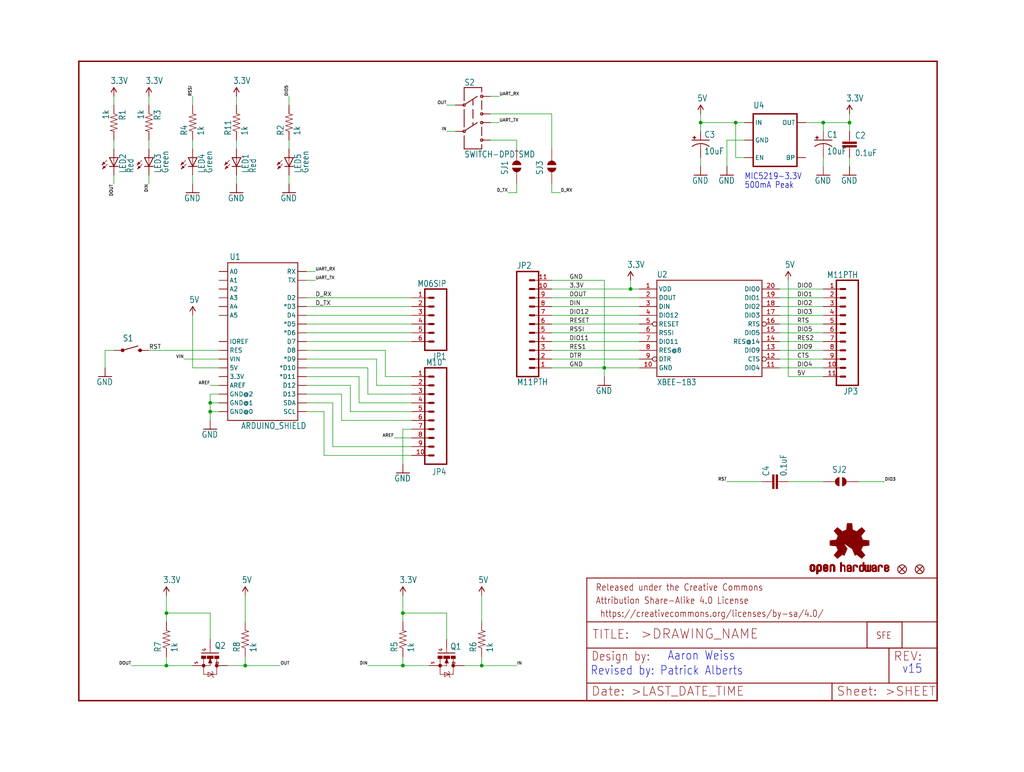
<source format=kicad_sch>
(kicad_sch (version 20211123) (generator eeschema)
  (paper "User" 297.002 223.926)
  (lib_symbols
    (symbol "eagleSchem-eagle-import:0.1UF-25V(+80{slash}-20%)(0603)"
      (property "Reference" "C" (at 1.524 2.921 0))
      (property "Value" "0.1UF-25V(+80{slash}-20%)(0603)" (at 1.524 -2.159 0))
      (symbol "0.1UF-25V(+80{slash}-20%)(0603)_1_0"
        (pin passive line (at 0 5.08 270) (length 2.54) (name "1") (number "1"))
        (pin passive line (at 0 -2.54 90) (length 2.54) (name "2") (number "2"))
      )
    )
    (symbol "eagleSchem-eagle-import:1KOHM1{slash}10W1%(0603)"
      (property "Reference" "R" (at -3.81 1.4986 0))
      (property "Value" "1KOHM1{slash}10W1%(0603)" (at -3.81 -3.302 0))
      (symbol "1KOHM1{slash}10W1%(0603)_1_0"
        (pin passive line (at -5.08 0 0) (length 2.54) (name "1") (number "1"))
        (pin passive line (at 5.08 0 180) (length 2.54) (name "2") (number "2"))
      )
    )
    (symbol "eagleSchem-eagle-import:3.3V" (power)
      (property "Value" "3.3V" (at -1.016 3.556 0))
      (symbol "3.3V_1_0"
        (pin power_in line (at 0 0 90) (length 2.54) (name "3.3V") (number "1"))
      )
    )
    (symbol "eagleSchem-eagle-import:5V" (power)
      (property "Value" "5V" (at -1.016 3.556 0))
      (symbol "5V_1_0"
        (pin power_in line (at 0 0 90) (length 2.54) (name "5V") (number "1"))
      )
    )
    (symbol "eagleSchem-eagle-import:ARDUINO_R3_SHIELD"
      (property "Value" "ARDUINO_R3_SHIELD" (at -6.35 -27.94 0))
      (symbol "ARDUINO_R3_SHIELD_1_0"
        (pin bidirectional line (at -12.7 -12.7 0) (length 2.54) (name "3.3V") (number "3.3V"))
        (pin bidirectional line (at -12.7 -10.16 0) (length 2.54) (name "5V") (number "5V"))
        (pin bidirectional line (at -12.7 17.78 0) (length 2.54) (name "A0") (number "A0"))
        (pin bidirectional line (at -12.7 15.24 0) (length 2.54) (name "A1") (number "A1"))
        (pin bidirectional line (at -12.7 12.7 0) (length 2.54) (name "A2") (number "A2"))
        (pin bidirectional line (at -12.7 10.16 0) (length 2.54) (name "A3") (number "A3"))
        (pin bidirectional line (at -12.7 7.62 0) (length 2.54) (name "A4") (number "A4"))
        (pin bidirectional line (at -12.7 5.08 0) (length 2.54) (name "A5") (number "A5"))
        (pin bidirectional line (at -12.7 -15.24 0) (length 2.54) (name "AREF") (number "AREF"))
        (pin bidirectional line (at 12.7 -10.16 180) (length 2.54) (name "*D10") (number "D10"))
        (pin bidirectional line (at 12.7 -12.7 180) (length 2.54) (name "*D11") (number "D11"))
        (pin bidirectional line (at 12.7 -15.24 180) (length 2.54) (name "D12") (number "D12"))
        (pin bidirectional line (at 12.7 -17.78 180) (length 2.54) (name "D13") (number "D13"))
        (pin bidirectional line (at 12.7 10.16 180) (length 2.54) (name "D2") (number "D2"))
        (pin bidirectional line (at 12.7 7.62 180) (length 2.54) (name "*D3") (number "D3"))
        (pin bidirectional line (at 12.7 5.08 180) (length 2.54) (name "D4") (number "D4"))
        (pin bidirectional line (at 12.7 2.54 180) (length 2.54) (name "*D5") (number "D5"))
        (pin bidirectional line (at 12.7 0 180) (length 2.54) (name "*D6") (number "D6"))
        (pin bidirectional line (at 12.7 -2.54 180) (length 2.54) (name "D7") (number "D7"))
        (pin bidirectional line (at 12.7 -5.08 180) (length 2.54) (name "D8") (number "D8"))
        (pin bidirectional line (at 12.7 -7.62 180) (length 2.54) (name "*D9") (number "D9"))
        (pin bidirectional line (at -12.7 -22.86 0) (length 2.54) (name "GND@0") (number "GND@0"))
        (pin bidirectional line (at -12.7 -20.32 0) (length 2.54) (name "GND@1") (number "GND@1"))
        (pin bidirectional line (at -12.7 -17.78 0) (length 2.54) (name "GND@2") (number "GND@2"))
        (pin bidirectional line (at -12.7 -2.54 0) (length 2.54) (name "IOREF") (number "IOREF"))
        (pin bidirectional line (at -12.7 -5.08 0) (length 2.54) (name "RES") (number "RES"))
        (pin bidirectional line (at 12.7 17.78 180) (length 2.54) (name "RX") (number "RX"))
        (pin bidirectional line (at 12.7 -22.86 180) (length 2.54) (name "SCL") (number "SCL"))
        (pin bidirectional line (at 12.7 -20.32 180) (length 2.54) (name "SDA") (number "SDA"))
        (pin bidirectional line (at 12.7 15.24 180) (length 2.54) (name "TX") (number "TX"))
        (pin bidirectional line (at -12.7 -7.62 0) (length 2.54) (name "VIN") (number "VIN"))
      )
    )
    (symbol "eagleSchem-eagle-import:CAP_POL1206"
      (property "Reference" "C" (at 1.016 0.635 0))
      (property "Value" "CAP_POL1206" (at 1.016 -4.191 0))
      (symbol "CAP_POL1206_1_0"
        (pin passive line (at 0 2.54 270) (length 2.54) (name "+") (number "A"))
        (pin passive line (at 0 -5.08 90) (length 2.54) (name "-") (number "C"))
      )
    )
    (symbol "eagleSchem-eagle-import:FIDUCIAL1X2")
    (symbol "eagleSchem-eagle-import:FRAME-LETTER"
      (symbol "FRAME-LETTER_2_0"
        (text " https://creativecommons.org/licenses/by-sa/4.0/" (at 2.54 24.13 0) (effects (font (size 1.9304 1.6408)) (justify left bottom)))
        (text ">DRAWING_NAME" (at 15.494 17.78 0) (effects (font (size 2.7432 2.7432)) (justify left bottom)))
        (text ">LAST_DATE_TIME" (at 12.7 1.27 0) (effects (font (size 2.54 2.54)) (justify left bottom)))
        (text ">SHEET" (at 86.36 1.27 0) (effects (font (size 2.54 2.54)) (justify left bottom)))
        (text "Attribution Share-Alike 4.0 License" (at 2.54 27.94 0) (effects (font (size 1.9304 1.6408)) (justify left bottom)))
        (text "Date:" (at 1.27 1.27 0) (effects (font (size 2.54 2.54)) (justify left bottom)))
        (text "Design by:" (at 1.27 11.43 0) (effects (font (size 2.54 2.159)) (justify left bottom)))
        (text "Released under the Creative Commons" (at 2.54 31.75 0) (effects (font (size 1.9304 1.6408)) (justify left bottom)))
        (text "REV:" (at 88.9 11.43 0) (effects (font (size 2.54 2.54)) (justify left bottom)))
        (text "Sheet:" (at 72.39 1.27 0) (effects (font (size 2.54 2.54)) (justify left bottom)))
        (text "TITLE:" (at 1.524 17.78 0) (effects (font (size 2.54 2.54)) (justify left bottom)))
      )
    )
    (symbol "eagleSchem-eagle-import:GND" (power)
      (property "Value" "GND" (at -2.54 -2.54 0))
      (symbol "GND_1_0"
        (pin power_in line (at 0 2.54 270) (length 2.54) (name "GND") (number "1"))
      )
    )
    (symbol "eagleSchem-eagle-import:LED-GREEN0603"
      (property "Reference" "D" (at 3.556 -4.572 90))
      (property "Value" "LED-GREEN0603" (at 5.715 -4.572 90))
      (symbol "LED-GREEN0603_1_0"
        (pin passive line (at 0 2.54 270) (length 2.54) (name "A") (number "A"))
        (pin passive line (at 0 -5.08 90) (length 2.54) (name "C") (number "C"))
      )
    )
    (symbol "eagleSchem-eagle-import:LED-RED0603"
      (property "Reference" "D" (at 3.556 -4.572 90))
      (property "Value" "LED-RED0603" (at 5.715 -4.572 90))
      (symbol "LED-RED0603_1_0"
        (pin passive line (at 0 2.54 270) (length 2.54) (name "A") (number "A"))
        (pin passive line (at 0 -5.08 90) (length 2.54) (name "C") (number "C"))
      )
    )
    (symbol "eagleSchem-eagle-import:LOGO-SFENEW"
      (symbol "LOGO-SFENEW_1_0"
        (text "SFE" (at 0 0 0) (effects (font (size 1.9304 1.6408)) (justify left bottom)))
      )
    )
    (symbol "eagleSchem-eagle-import:M06SIP"
      (property "Reference" "JP" (at -5.08 10.922 0))
      (property "Value" "M06SIP" (at -5.08 -10.16 0))
      (symbol "M06SIP_1_0"
        (pin passive line (at 5.08 -5.08 180) (length 5.08) (name "1") (number "1"))
        (pin passive line (at 5.08 -2.54 180) (length 5.08) (name "2") (number "2"))
        (pin passive line (at 5.08 0 180) (length 5.08) (name "3") (number "3"))
        (pin passive line (at 5.08 2.54 180) (length 5.08) (name "4") (number "4"))
        (pin passive line (at 5.08 5.08 180) (length 5.08) (name "5") (number "5"))
        (pin passive line (at 5.08 7.62 180) (length 5.08) (name "6") (number "6"))
      )
    )
    (symbol "eagleSchem-eagle-import:M10{dblquote}"
      (property "Reference" "JP" (at 0 8.89 0))
      (property "Value" "M10{dblquote}" (at 0 -22.86 0))
      (symbol "M10{dblquote}_1_0"
        (pin passive line (at 10.16 -17.78 180) (length 5.08) (name "1") (number "1"))
        (pin passive line (at 10.16 5.08 180) (length 5.08) (name "10") (number "10"))
        (pin passive line (at 10.16 -15.24 180) (length 5.08) (name "2") (number "2"))
        (pin passive line (at 10.16 -12.7 180) (length 5.08) (name "3") (number "3"))
        (pin passive line (at 10.16 -10.16 180) (length 5.08) (name "4") (number "4"))
        (pin passive line (at 10.16 -7.62 180) (length 5.08) (name "5") (number "5"))
        (pin passive line (at 10.16 -5.08 180) (length 5.08) (name "6") (number "6"))
        (pin passive line (at 10.16 -2.54 180) (length 5.08) (name "7") (number "7"))
        (pin passive line (at 10.16 0 180) (length 5.08) (name "8") (number "8"))
        (pin passive line (at 10.16 2.54 180) (length 5.08) (name "9") (number "9"))
      )
    )
    (symbol "eagleSchem-eagle-import:M11PTH"
      (property "Reference" "JP" (at 0 16.002 0))
      (property "Value" "M11PTH" (at 0 -17.78 0))
      (symbol "M11PTH_1_0"
        (pin passive line (at 10.16 -12.7 180) (length 5.08) (name "1") (number "1"))
        (pin passive line (at 10.16 10.16 180) (length 5.08) (name "10") (number "10"))
        (pin passive line (at 10.16 12.7 180) (length 5.08) (name "11") (number "11"))
        (pin passive line (at 10.16 -10.16 180) (length 5.08) (name "2") (number "2"))
        (pin passive line (at 10.16 -7.62 180) (length 5.08) (name "3") (number "3"))
        (pin passive line (at 10.16 -5.08 180) (length 5.08) (name "4") (number "4"))
        (pin passive line (at 10.16 -2.54 180) (length 5.08) (name "5") (number "5"))
        (pin passive line (at 10.16 0 180) (length 5.08) (name "6") (number "6"))
        (pin passive line (at 10.16 2.54 180) (length 5.08) (name "7") (number "7"))
        (pin passive line (at 10.16 5.08 180) (length 5.08) (name "8") (number "8"))
        (pin passive line (at 10.16 7.62 180) (length 5.08) (name "9") (number "9"))
      )
    )
    (symbol "eagleSchem-eagle-import:MOSFET-NCHANNELSMD"
      (property "Reference" "Q" (at 5.08 2.54 0))
      (property "Value" "MOSFET-NCHANNELSMD" (at 5.08 0 0))
      (symbol "MOSFET-NCHANNELSMD_1_0"
        (text "D" (at -1.27 2.54 0) (effects (font (size 0.8128 0.6908)) (justify left bottom)))
        (text "G" (at -5.08 -1.27 0) (effects (font (size 0.8128 0.6908)) (justify left bottom)))
        (text "S" (at -1.27 -3.556 0) (effects (font (size 0.8128 0.6908)) (justify left bottom)))
        (pin passive line (at -7.62 0 0) (length 2.54) (name "G") (number "1"))
        (pin passive line (at 0 -5.08 90) (length 2.54) (name "S") (number "2"))
        (pin passive line (at 0 5.08 270) (length 2.54) (name "D") (number "3"))
      )
    )
    (symbol "eagleSchem-eagle-import:OSHW-LOGOS")
    (symbol "eagleSchem-eagle-import:SOLDERJUMPERNC"
      (property "Reference" "SJ" (at -2.54 2.54 0))
      (symbol "SOLDERJUMPERNC_1_0"
        (pin passive line (at -5.08 0 0) (length 2.54) (name "1") (number "1"))
        (pin passive line (at 5.08 0 180) (length 2.54) (name "2") (number "2"))
      )
    )
    (symbol "eagleSchem-eagle-import:SOLDERJUMPERTRACE"
      (property "Reference" "SJ" (at -2.54 2.54 0))
      (symbol "SOLDERJUMPERTRACE_1_0"
        (pin passive line (at -5.08 0 0) (length 2.54) (name "1") (number "1"))
        (pin passive line (at 5.08 0 180) (length 2.54) (name "2") (number "2"))
      )
    )
    (symbol "eagleSchem-eagle-import:SWITCH-DPDTSMD"
      (property "Reference" "S" (at -2.54 8.128 0))
      (property "Value" "SWITCH-DPDTSMD" (at -2.54 -12.7 0))
      (symbol "SWITCH-DPDTSMD_1_0"
        (pin bidirectional line (at 5.08 5.08 180) (length 2.54) (name "1") (number "1"))
        (pin bidirectional line (at -5.08 2.54 0) (length 2.54) (name "2") (number "2"))
        (pin bidirectional line (at 5.08 0 180) (length 2.54) (name "3") (number "3"))
        (pin bidirectional line (at 5.08 -2.54 180) (length 2.54) (name "4") (number "4"))
        (pin bidirectional line (at -5.08 -5.08 0) (length 2.54) (name "5") (number "5"))
        (pin bidirectional line (at 5.08 -7.62 180) (length 2.54) (name "6") (number "6"))
      )
    )
    (symbol "eagleSchem-eagle-import:SWITCH-MOMENTARY-2SMD"
      (property "Reference" "S" (at -2.54 2.54 0))
      (property "Value" "SWITCH-MOMENTARY-2SMD" (at -2.54 -2.54 0))
      (symbol "SWITCH-MOMENTARY-2SMD_1_0"
        (pin passive line (at -5.08 0 0) (length 2.54) (name "1") (number "1"))
        (pin passive line (at 5.08 0 180) (length 2.54) (name "2") (number "3"))
      )
    )
    (symbol "eagleSchem-eagle-import:V_REG_LDOSMD"
      (property "Reference" "U" (at -7.62 9.144 0))
      (property "Value" "V_REG_LDOSMD" (at -7.62 -11.43 0))
      (symbol "V_REG_LDOSMD_1_0"
        (pin input line (at -10.16 5.08 0) (length 2.54) (name "IN") (number "1"))
        (pin input line (at -10.16 0 0) (length 2.54) (name "GND") (number "2"))
        (pin input line (at -10.16 -5.08 0) (length 2.54) (name "EN") (number "3"))
        (pin input line (at 7.62 -5.08 180) (length 2.54) (name "BP") (number "4"))
        (pin passive line (at 7.62 5.08 180) (length 2.54) (name "OUT") (number "5"))
      )
    )
    (symbol "eagleSchem-eagle-import:XBEE-1B3"
      (property "Value" "XBEE-1B3" (at -15.24 -17.78 0))
      (symbol "XBEE-1B3_1_0"
        (pin power_in line (at -20.32 10.16 0) (length 5.08) (name "VDD") (number "1"))
        (pin power_in line (at -20.32 -12.7 0) (length 5.08) (name "GND") (number "10"))
        (pin bidirectional line (at 20.32 -12.7 180) (length 5.08) (name "DIO4") (number "11"))
        (pin output inverted (at 20.32 -10.16 180) (length 5.08) (name "CTS") (number "12"))
        (pin bidirectional line (at 20.32 -7.62 180) (length 5.08) (name "DIO9") (number "13"))
        (pin bidirectional line (at 20.32 -5.08 180) (length 5.08) (name "RES@14") (number "14"))
        (pin bidirectional line (at 20.32 -2.54 180) (length 5.08) (name "DIO5") (number "15"))
        (pin input inverted (at 20.32 0 180) (length 5.08) (name "RTS") (number "16"))
        (pin bidirectional line (at 20.32 2.54 180) (length 5.08) (name "DIO3") (number "17"))
        (pin bidirectional line (at 20.32 5.08 180) (length 5.08) (name "DIO2") (number "18"))
        (pin bidirectional line (at 20.32 7.62 180) (length 5.08) (name "DIO1") (number "19"))
        (pin output line (at -20.32 7.62 0) (length 5.08) (name "DOUT") (number "2"))
        (pin bidirectional line (at 20.32 10.16 180) (length 5.08) (name "DIO0") (number "20"))
        (pin input line (at -20.32 5.08 0) (length 5.08) (name "DIN") (number "3"))
        (pin bidirectional line (at -20.32 2.54 0) (length 5.08) (name "DIO12") (number "4"))
        (pin input inverted (at -20.32 0 0) (length 5.08) (name "RESET") (number "5"))
        (pin bidirectional line (at -20.32 -2.54 0) (length 5.08) (name "RSSI") (number "6"))
        (pin bidirectional line (at -20.32 -5.08 0) (length 5.08) (name "DIO11") (number "7"))
        (pin bidirectional line (at -20.32 -7.62 0) (length 5.08) (name "RES@8") (number "8"))
        (pin bidirectional inverted (at -20.32 -10.16 0) (length 5.08) (name "DTR") (number "9"))
      )
    )
  )
  (junction (at 182.88 83.82))
  (junction (at 203.2 35.56))
  (junction (at 48.26 177.8))
  (junction (at 139.7 193.04))
  (junction (at 175.26 106.68))
  (junction (at 246.38 35.56))
  (junction (at 71.12 193.04))
  (junction (at 213.36 35.56))
  (junction (at 48.26 193.04))
  (junction (at 116.84 193.04))
  (junction (at 60.96 116.84))
  (junction (at 238.76 35.56))
  (junction (at 116.84 177.8))
  (junction (at 60.96 119.38))
  (wire (pts (xy 142.24 33.02) (xy 160.02 33.02)))
  (wire (pts (xy 83.82 50.8) (xy 83.82 53.34)))
  (wire (pts (xy 238.76 96.52) (xy 226.06 96.52)))
  (wire (pts (xy 203.2 48.26) (xy 203.2 45.72)))
  (wire (pts (xy 48.26 193.04) (xy 38.1 193.04)))
  (wire (pts (xy 71.12 193.04) (xy 81.28 193.04)))
  (wire (pts (xy 238.76 35.56) (xy 246.38 35.56)))
  (wire (pts (xy 129.54 177.8) (xy 129.54 185.42)))
  (wire (pts (xy 238.76 48.26) (xy 238.76 45.72)))
  (wire (pts (xy 106.68 106.68) (xy 106.68 114.3)))
  (wire (pts (xy 33.02 101.6) (xy 30.48 101.6)))
  (wire (pts (xy 185.42 86.36) (xy 160.02 86.36)))
  (wire (pts (xy 55.88 40.64) (xy 55.88 43.18)))
  (wire (pts (xy 88.9 99.06) (xy 119.38 99.06)))
  (wire (pts (xy 160.02 55.88) (xy 162.56 55.88)))
  (wire (pts (xy 220.98 139.7) (xy 210.82 139.7)))
  (wire (pts (xy 71.12 180.34) (xy 71.12 172.72)))
  (wire (pts (xy 228.6 139.7) (xy 238.76 139.7)))
  (wire (pts (xy 63.5 114.3) (xy 60.96 114.3)))
  (wire (pts (xy 63.5 106.68) (xy 55.88 106.68)))
  (wire (pts (xy 30.48 101.6) (xy 30.48 106.68)))
  (wire (pts (xy 88.9 111.76) (xy 101.6 111.76)))
  (wire (pts (xy 106.68 114.3) (xy 119.38 114.3)))
  (wire (pts (xy 182.88 83.82) (xy 160.02 83.82)))
  (wire (pts (xy 238.76 38.1) (xy 238.76 35.56)))
  (wire (pts (xy 83.82 40.64) (xy 83.82 43.18)))
  (wire (pts (xy 71.12 190.5) (xy 71.12 193.04)))
  (wire (pts (xy 60.96 116.84) (xy 60.96 119.38)))
  (wire (pts (xy 96.52 129.54) (xy 119.38 129.54)))
  (wire (pts (xy 246.38 35.56) (xy 246.38 33.02)))
  (wire (pts (xy 88.9 104.14) (xy 109.22 104.14)))
  (wire (pts (xy 185.42 99.06) (xy 160.02 99.06)))
  (wire (pts (xy 63.5 101.6) (xy 43.18 101.6)))
  (wire (pts (xy 142.24 35.56) (xy 144.78 35.56)))
  (wire (pts (xy 238.76 109.22) (xy 228.6 109.22)))
  (wire (pts (xy 93.98 132.08) (xy 119.38 132.08)))
  (wire (pts (xy 88.9 119.38) (xy 93.98 119.38)))
  (wire (pts (xy 185.42 91.44) (xy 160.02 91.44)))
  (wire (pts (xy 124.46 193.04) (xy 116.84 193.04)))
  (wire (pts (xy 139.7 193.04) (xy 149.86 193.04)))
  (wire (pts (xy 60.96 114.3) (xy 60.96 116.84)))
  (wire (pts (xy 63.5 119.38) (xy 60.96 119.38)))
  (wire (pts (xy 60.96 177.8) (xy 60.96 185.42)))
  (wire (pts (xy 116.84 190.5) (xy 116.84 193.04)))
  (wire (pts (xy 210.82 40.64) (xy 210.82 48.26)))
  (wire (pts (xy 203.2 35.56) (xy 203.2 33.02)))
  (wire (pts (xy 88.9 81.28) (xy 91.44 81.28)))
  (wire (pts (xy 233.68 35.56) (xy 238.76 35.56)))
  (wire (pts (xy 182.88 83.82) (xy 182.88 81.28)))
  (wire (pts (xy 238.76 83.82) (xy 226.06 83.82)))
  (wire (pts (xy 88.9 78.74) (xy 91.44 78.74)))
  (wire (pts (xy 185.42 96.52) (xy 160.02 96.52)))
  (wire (pts (xy 63.5 116.84) (xy 60.96 116.84)))
  (wire (pts (xy 88.9 96.52) (xy 119.38 96.52)))
  (wire (pts (xy 116.84 193.04) (xy 106.68 193.04)))
  (wire (pts (xy 43.18 30.48) (xy 43.18 27.94)))
  (wire (pts (xy 83.82 30.48) (xy 83.82 27.94)))
  (wire (pts (xy 96.52 116.84) (xy 96.52 129.54)))
  (wire (pts (xy 215.9 45.72) (xy 213.36 45.72)))
  (wire (pts (xy 99.06 114.3) (xy 99.06 121.92)))
  (wire (pts (xy 88.9 101.6) (xy 111.76 101.6)))
  (wire (pts (xy 55.88 50.8) (xy 55.88 53.34)))
  (wire (pts (xy 238.76 86.36) (xy 226.06 86.36)))
  (wire (pts (xy 185.42 88.9) (xy 160.02 88.9)))
  (wire (pts (xy 203.2 38.1) (xy 203.2 35.56)))
  (wire (pts (xy 116.84 177.8) (xy 129.54 177.8)))
  (wire (pts (xy 101.6 119.38) (xy 119.38 119.38)))
  (wire (pts (xy 88.9 93.98) (xy 119.38 93.98)))
  (wire (pts (xy 246.38 38.1) (xy 246.38 35.56)))
  (wire (pts (xy 238.76 99.06) (xy 226.06 99.06)))
  (wire (pts (xy 33.02 50.8) (xy 33.02 53.34)))
  (wire (pts (xy 175.26 106.68) (xy 175.26 109.22)))
  (wire (pts (xy 33.02 30.48) (xy 33.02 27.94)))
  (wire (pts (xy 43.18 40.64) (xy 43.18 43.18)))
  (wire (pts (xy 88.9 116.84) (xy 96.52 116.84)))
  (wire (pts (xy 60.96 119.38) (xy 60.96 121.92)))
  (wire (pts (xy 160.02 81.28) (xy 175.26 81.28)))
  (wire (pts (xy 139.7 190.5) (xy 139.7 193.04)))
  (wire (pts (xy 68.58 27.94) (xy 68.58 30.48)))
  (wire (pts (xy 185.42 93.98) (xy 160.02 93.98)))
  (wire (pts (xy 185.42 83.82) (xy 182.88 83.82)))
  (wire (pts (xy 109.22 111.76) (xy 119.38 111.76)))
  (wire (pts (xy 63.5 111.76) (xy 60.96 111.76)))
  (wire (pts (xy 88.9 114.3) (xy 99.06 114.3)))
  (wire (pts (xy 43.18 50.8) (xy 43.18 53.34)))
  (wire (pts (xy 238.76 93.98) (xy 226.06 93.98)))
  (wire (pts (xy 101.6 111.76) (xy 101.6 119.38)))
  (wire (pts (xy 185.42 104.14) (xy 160.02 104.14)))
  (wire (pts (xy 119.38 109.22) (xy 111.76 109.22)))
  (wire (pts (xy 68.58 50.8) (xy 68.58 53.34)))
  (wire (pts (xy 142.24 40.64) (xy 149.86 40.64)))
  (wire (pts (xy 175.26 81.28) (xy 175.26 106.68)))
  (wire (pts (xy 215.9 35.56) (xy 213.36 35.56)))
  (wire (pts (xy 55.88 30.48) (xy 55.88 27.94)))
  (wire (pts (xy 48.26 177.8) (xy 60.96 177.8)))
  (wire (pts (xy 104.14 116.84) (xy 119.38 116.84)))
  (wire (pts (xy 238.76 104.14) (xy 226.06 104.14)))
  (wire (pts (xy 66.04 193.04) (xy 71.12 193.04)))
  (wire (pts (xy 116.84 124.46) (xy 116.84 134.62)))
  (wire (pts (xy 119.38 124.46) (xy 116.84 124.46)))
  (wire (pts (xy 33.02 40.64) (xy 33.02 43.18)))
  (wire (pts (xy 238.76 106.68) (xy 226.06 106.68)))
  (wire (pts (xy 238.76 91.44) (xy 226.06 91.44)))
  (wire (pts (xy 111.76 109.22) (xy 111.76 101.6)))
  (wire (pts (xy 48.26 172.72) (xy 48.26 177.8)))
  (wire (pts (xy 55.88 106.68) (xy 55.88 91.44)))
  (wire (pts (xy 119.38 127) (xy 114.3 127)))
  (wire (pts (xy 109.22 104.14) (xy 109.22 111.76)))
  (wire (pts (xy 139.7 180.34) (xy 139.7 172.72)))
  (wire (pts (xy 160.02 53.34) (xy 160.02 55.88)))
  (wire (pts (xy 104.14 109.22) (xy 104.14 116.84)))
  (wire (pts (xy 88.9 91.44) (xy 119.38 91.44)))
  (wire (pts (xy 149.86 53.34) (xy 149.86 55.88)))
  (wire (pts (xy 238.76 88.9) (xy 226.06 88.9)))
  (wire (pts (xy 68.58 43.18) (xy 68.58 40.64)))
  (wire (pts (xy 185.42 106.68) (xy 175.26 106.68)))
  (wire (pts (xy 48.26 190.5) (xy 48.26 193.04)))
  (wire (pts (xy 134.62 193.04) (xy 139.7 193.04)))
  (wire (pts (xy 228.6 81.28) (xy 228.6 109.22)))
  (wire (pts (xy 55.88 193.04) (xy 48.26 193.04)))
  (wire (pts (xy 248.92 139.7) (xy 256.54 139.7)))
  (wire (pts (xy 246.38 48.26) (xy 246.38 45.72)))
  (wire (pts (xy 132.08 38.1) (xy 129.54 38.1)))
  (wire (pts (xy 88.9 86.36) (xy 119.38 86.36)))
  (wire (pts (xy 160.02 33.02) (xy 160.02 43.18)))
  (wire (pts (xy 213.36 35.56) (xy 203.2 35.56)))
  (wire (pts (xy 149.86 40.64) (xy 149.86 43.18)))
  (wire (pts (xy 63.5 104.14) (xy 53.34 104.14)))
  (wire (pts (xy 88.9 106.68) (xy 106.68 106.68)))
  (wire (pts (xy 132.08 30.48) (xy 129.54 30.48)))
  (wire (pts (xy 48.26 177.8) (xy 48.26 180.34)))
  (wire (pts (xy 88.9 109.22) (xy 104.14 109.22)))
  (wire (pts (xy 185.42 101.6) (xy 160.02 101.6)))
  (wire (pts (xy 149.86 55.88) (xy 147.32 55.88)))
  (wire (pts (xy 142.24 27.94) (xy 144.78 27.94)))
  (wire (pts (xy 213.36 45.72) (xy 213.36 35.56)))
  (wire (pts (xy 116.84 177.8) (xy 116.84 180.34)))
  (wire (pts (xy 116.84 172.72) (xy 116.84 177.8)))
  (wire (pts (xy 88.9 88.9) (xy 119.38 88.9)))
  (wire (pts (xy 175.26 106.68) (xy 160.02 106.68)))
  (wire (pts (xy 238.76 101.6) (xy 226.06 101.6)))
  (wire (pts (xy 99.06 121.92) (xy 119.38 121.92)))
  (wire (pts (xy 93.98 119.38) (xy 93.98 132.08)))
  (wire (pts (xy 215.9 40.64) (xy 210.82 40.64)))
  (text "Revised by: Patrick Alberts" (at 171.196 196.088 180) (effects (font (size 2.54 2.159)) (justify left bottom)))
  (text "MIC5219-3.3V" (at 215.9 52.324 180) (effects (font (size 1.778 1.5113)) (justify left bottom)))
  (text "Aaron Weiss" (at 193.548 191.77 180) (effects (font (size 2.54 2.159)) (justify left bottom)))
  (text "500mA Peak" (at 215.9 54.864 180) (effects (font (size 1.778 1.5113)) (justify left bottom)))
  (text "v15" (at 261.62 195.58 180) (effects (font (size 2.54 2.159)) (justify left bottom)))
  (label "D_RX" (at 91.44 86.36 0) (effects (font (size 1.2446 1.2446))))
  (label "DIO1" (at 231.14 86.36 0) (effects (font (size 1.2446 1.2446))))
  (label "RST" (at 210.82 139.7 180) (effects (font (size 0.889 0.889))))
  (label "OUT" (at 81.28 193.04 0) (effects (font (size 0.889 0.889))))
  (label "DOUT" (at 165.1 86.36 0) (effects (font (size 1.2446 1.2446))))
  (label "RSSI" (at 165.1 96.52 0) (effects (font (size 1.2446 1.2446))))
  (label "DIO4" (at 231.14 106.68 0) (effects (font (size 1.2446 1.2446))))
  (label "DOUT" (at 38.1 193.04 180) (effects (font (size 0.889 0.889))))
  (label "3.3V" (at 165.1 83.82 0) (effects (font (size 1.2446 1.2446))))
  (label "DIO2" (at 231.14 88.9 0) (effects (font (size 1.2446 1.2446))))
  (label "DIO9" (at 231.14 101.6 0) (effects (font (size 1.2446 1.2446))))
  (label "DIO5" (at 83.82 27.94 90) (effects (font (size 0.889 0.889))))
  (label "DIN" (at 165.1 88.9 0) (effects (font (size 1.2446 1.2446))))
  (label "AREF" (at 60.96 111.76 180) (effects (font (size 0.889 0.889))))
  (label "UART_RX" (at 144.78 27.94 0) (effects (font (size 0.889 0.889))))
  (label "DIO12" (at 165.1 91.44 0) (effects (font (size 1.2446 1.2446))))
  (label "UART_TX" (at 144.78 35.56 0) (effects (font (size 0.889 0.889))))
  (label "OUT" (at 129.54 30.48 180) (effects (font (size 0.889 0.889))))
  (label "D_TX" (at 147.32 55.88 180) (effects (font (size 0.889 0.889))))
  (label "DIO3" (at 256.54 139.7 0) (effects (font (size 0.889 0.889))))
  (label "UART_TX" (at 91.44 81.28 0) (effects (font (size 0.889 0.889))))
  (label "5V" (at 231.14 109.22 0) (effects (font (size 1.2446 1.2446))))
  (label "GND" (at 165.1 106.68 0) (effects (font (size 1.2446 1.2446))))
  (label "GND" (at 165.1 81.28 0) (effects (font (size 1.2446 1.2446))))
  (label "RTS" (at 231.14 93.98 0) (effects (font (size 1.2446 1.2446))))
  (label "RSSI" (at 55.88 27.94 90) (effects (font (size 0.889 0.889))))
  (label "DIN" (at 43.18 53.34 270) (effects (font (size 0.889 0.889))))
  (label "IN" (at 149.86 193.04 0) (effects (font (size 0.889 0.889))))
  (label "IN" (at 129.54 38.1 180) (effects (font (size 0.889 0.889))))
  (label "DIO0" (at 231.14 83.82 0) (effects (font (size 1.2446 1.2446))))
  (label "RESET" (at 165.1 93.98 0) (effects (font (size 1.2446 1.2446))))
  (label "AREF" (at 114.3 127 180) (effects (font (size 0.889 0.889))))
  (label "RES1" (at 165.1 101.6 0) (effects (font (size 1.2446 1.2446))))
  (label "D_TX" (at 91.44 88.9 0) (effects (font (size 1.2446 1.2446))))
  (label "D_RX" (at 162.56 55.88 0) (effects (font (size 0.889 0.889))))
  (label "DIO3" (at 231.14 91.44 0) (effects (font (size 1.2446 1.2446))))
  (label "UART_RX" (at 91.44 78.74 0) (effects (font (size 0.889 0.889))))
  (label "DIO11" (at 165.1 99.06 0) (effects (font (size 1.2446 1.2446))))
  (label "VIN" (at 53.34 104.14 180) (effects (font (size 0.889 0.889))))
  (label "CTS" (at 231.14 104.14 0) (effects (font (size 1.2446 1.2446))))
  (label "DOUT" (at 33.02 53.34 270) (effects (font (size 0.889 0.889))))
  (label "DIN" (at 106.68 193.04 180) (effects (font (size 0.889 0.889))))
  (label "RES2" (at 231.14 99.06 0) (effects (font (size 1.2446 1.2446))))
  (label "RST" (at 43.18 101.6 0) (effects (font (size 1.2446 1.2446))))
  (label "DTR" (at 165.1 104.14 0) (effects (font (size 1.2446 1.2446))))
  (label "DIO5" (at 231.14 96.52 0) (effects (font (size 1.2446 1.2446))))
  (symbol (lib_id "eagleSchem-eagle-import:M11PTH") (at 248.92 96.52 180) (unit 1)
    (property "Reference" "JP3" (at 248.92 112.522 0) (effects (font (size 1.778 1.5113)) (justify left bottom)))
    (property "Value" "M11PTH" (at 248.92 78.74 0) (effects (font (size 1.778 1.5113)) (justify left bottom)))
    (property "Footprint" "eagleSchem:1X11" (effects hide))
  )
  (symbol (lib_id "eagleSchem-eagle-import:1KOHM1{slash}10W1%(0603)") (at 43.18 35.56 270) (unit 1)
    (property "Reference" "R3" (at 44.6786 31.75 0) (effects (font (size 1.778 1.5113)) (justify left bottom)))
    (property "Value" "1k" (at 39.878 31.75 0) (effects (font (size 1.778 1.5113)) (justify left bottom)))
    (property "Footprint" "eagleSchem:0603-RES" (effects hide))
  )
  (symbol (lib_id "eagleSchem-eagle-import:LED-RED0603") (at 33.02 45.72 0) (unit 1)
    (property "Reference" "LED2" (at 36.576 50.292 90) (effects (font (size 1.778 1.5113)) (justify left bottom)))
    (property "Value" "Red" (at 38.735 50.292 90) (effects (font (size 1.778 1.5113)) (justify left bottom)))
    (property "Footprint" "eagleSchem:LED-0603" (effects hide))
  )
  (symbol (lib_id "eagleSchem-eagle-import:GND") (at 210.82 50.8 0) (unit 1)
    (property "Reference" "#GND1" (effects hide))
    (property "Value" "GND" (at 208.28 53.34 0) (effects (font (size 1.778 1.5113)) (justify left bottom)))
    (property "Footprint" "eagleSchem:" (effects hide))
  )
  (symbol (lib_id "eagleSchem-eagle-import:GND") (at 55.88 55.88 0) (unit 1)
    (property "Reference" "#GND4" (effects hide))
    (property "Value" "GND" (at 53.34 58.42 0) (effects (font (size 1.778 1.5113)) (justify left bottom)))
    (property "Footprint" "eagleSchem:" (effects hide))
  )
  (symbol (lib_id "eagleSchem-eagle-import:LED-GREEN0603") (at 83.82 45.72 0) (unit 1)
    (property "Reference" "LED5" (at 87.376 50.292 90) (effects (font (size 1.778 1.5113)) (justify left bottom)))
    (property "Value" "Green" (at 89.535 50.292 90) (effects (font (size 1.778 1.5113)) (justify left bottom)))
    (property "Footprint" "eagleSchem:LED-0603" (effects hide))
  )
  (symbol (lib_id "eagleSchem-eagle-import:1KOHM1{slash}10W1%(0603)") (at 55.88 35.56 90) (unit 1)
    (property "Reference" "R4" (at 54.3814 39.37 0) (effects (font (size 1.778 1.5113)) (justify left bottom)))
    (property "Value" "1k" (at 59.182 39.37 0) (effects (font (size 1.778 1.5113)) (justify left bottom)))
    (property "Footprint" "eagleSchem:0603-RES" (effects hide))
  )
  (symbol (lib_id "eagleSchem-eagle-import:CAP_POL1206") (at 238.76 40.64 0) (unit 1)
    (property "Reference" "C1" (at 239.776 40.005 0) (effects (font (size 1.778 1.5113)) (justify left bottom)))
    (property "Value" "10uF" (at 239.776 44.831 0) (effects (font (size 1.778 1.5113)) (justify left bottom)))
    (property "Footprint" "eagleSchem:EIA3216" (effects hide))
  )
  (symbol (lib_id "eagleSchem-eagle-import:1KOHM1{slash}10W1%(0603)") (at 139.7 185.42 90) (unit 1)
    (property "Reference" "R6" (at 138.2014 189.23 0) (effects (font (size 1.778 1.5113)) (justify left bottom)))
    (property "Value" "1k" (at 143.002 189.23 0) (effects (font (size 1.778 1.5113)) (justify left bottom)))
    (property "Footprint" "eagleSchem:0603-RES" (effects hide))
  )
  (symbol (lib_id "eagleSchem-eagle-import:1KOHM1{slash}10W1%(0603)") (at 83.82 35.56 90) (unit 1)
    (property "Reference" "R2" (at 82.3214 39.37 0) (effects (font (size 1.778 1.5113)) (justify left bottom)))
    (property "Value" "1k" (at 87.122 39.37 0) (effects (font (size 1.778 1.5113)) (justify left bottom)))
    (property "Footprint" "eagleSchem:0603-RES" (effects hide))
  )
  (symbol (lib_id "eagleSchem-eagle-import:MOSFET-NCHANNELSMD") (at 129.54 193.04 270) (unit 1)
    (property "Reference" "Q1" (at 130.556 188.468 90) (effects (font (size 1.778 1.5113)) (justify left bottom)))
    (property "Value" "MOSFET-NCHANNELSMD" (effects hide))
    (property "Footprint" "eagleSchem:SOT23-3" (effects hide))
  )
  (symbol (lib_id "eagleSchem-eagle-import:1KOHM1{slash}10W1%(0603)") (at 48.26 185.42 90) (unit 1)
    (property "Reference" "R7" (at 46.7614 189.23 0) (effects (font (size 1.778 1.5113)) (justify left bottom)))
    (property "Value" "1k" (at 51.562 189.23 0) (effects (font (size 1.778 1.5113)) (justify left bottom)))
    (property "Footprint" "eagleSchem:0603-RES" (effects hide))
  )
  (symbol (lib_id "eagleSchem-eagle-import:FRAME-LETTER") (at 170.18 203.2 0) (unit 2)
    (property "Reference" "FRAME1" (effects hide))
    (property "Value" "FRAME-LETTER" (effects hide))
    (property "Footprint" "eagleSchem:CREATIVE_COMMONS" (effects hide))
  )
  (symbol (lib_id "eagleSchem-eagle-import:1KOHM1{slash}10W1%(0603)") (at 71.12 185.42 90) (unit 1)
    (property "Reference" "R8" (at 69.6214 189.23 0) (effects (font (size 1.778 1.5113)) (justify left bottom)))
    (property "Value" "1k" (at 74.422 189.23 0) (effects (font (size 1.778 1.5113)) (justify left bottom)))
    (property "Footprint" "eagleSchem:0603-RES" (effects hide))
  )
  (symbol (lib_id "eagleSchem-eagle-import:OSHW-LOGOS") (at 246.38 157.48 0) (unit 1)
    (property "Reference" "U$8" (effects hide))
    (property "Value" "OSHW-LOGOS" (effects hide))
    (property "Footprint" "eagleSchem:OSHW-LOGO-S" (effects hide))
  )
  (symbol (lib_id "eagleSchem-eagle-import:FIDUCIAL1X2") (at 261.62 165.1 0) (unit 1)
    (property "Reference" "JP6" (effects hide))
    (property "Value" "FIDUCIAL1X2" (effects hide))
    (property "Footprint" "eagleSchem:FIDUCIAL-1X2" (effects hide))
  )
  (symbol (lib_id "eagleSchem-eagle-import:LOGO-SFENEW") (at 254 185.42 0) (unit 1)
    (property "Reference" "JP7" (effects hide))
    (property "Value" "LOGO-SFENEW" (effects hide))
    (property "Footprint" "eagleSchem:SFE-NEW-WEBLOGO" (effects hide))
  )
  (symbol (lib_id "eagleSchem-eagle-import:LED-GREEN0603") (at 43.18 45.72 0) (unit 1)
    (property "Reference" "LED3" (at 46.736 50.292 90) (effects (font (size 1.778 1.5113)) (justify left bottom)))
    (property "Value" "Green" (at 48.895 50.292 90) (effects (font (size 1.778 1.5113)) (justify left bottom)))
    (property "Footprint" "eagleSchem:LED-0603" (effects hide))
  )
  (symbol (lib_id "eagleSchem-eagle-import:3.3V") (at 68.58 27.94 0) (unit 1)
    (property "Reference" "#P+2" (effects hide))
    (property "Value" "3.3V" (at 67.564 24.384 0) (effects (font (size 1.778 1.5113)) (justify left bottom)))
    (property "Footprint" "eagleSchem:" (effects hide))
  )
  (symbol (lib_id "eagleSchem-eagle-import:0.1UF-25V(+80{slash}-20%)(0603)") (at 226.06 139.7 90) (unit 1)
    (property "Reference" "C4" (at 223.139 138.176 0) (effects (font (size 1.778 1.5113)) (justify left bottom)))
    (property "Value" "0.1uF" (at 228.219 138.176 0) (effects (font (size 1.778 1.5113)) (justify left bottom)))
    (property "Footprint" "eagleSchem:0603-CAP" (effects hide))
  )
  (symbol (lib_id "eagleSchem-eagle-import:3.3V") (at 182.88 81.28 0) (unit 1)
    (property "Reference" "#P+1" (effects hide))
    (property "Value" "3.3V" (at 181.864 77.724 0) (effects (font (size 1.778 1.5113)) (justify left bottom)))
    (property "Footprint" "eagleSchem:" (effects hide))
  )
  (symbol (lib_id "eagleSchem-eagle-import:ARDUINO_R3_SHIELD") (at 76.2 96.52 0) (unit 1)
    (property "Reference" "U1" (at 66.548 75.438 0) (effects (font (size 1.778 1.5113)) (justify left bottom)))
    (property "Value" "ARDUINO_SHIELD" (at 69.85 124.46 0) (effects (font (size 1.778 1.5113)) (justify left bottom)))
    (property "Footprint" "eagleSchem:UNO_R3_SHIELD" (effects hide))
  )
  (symbol (lib_id "eagleSchem-eagle-import:5V") (at 71.12 172.72 0) (unit 1)
    (property "Reference" "#U$7" (effects hide))
    (property "Value" "5V" (at 70.104 169.164 0) (effects (font (size 1.778 1.5113)) (justify left bottom)))
    (property "Footprint" "eagleSchem:" (effects hide))
  )
  (symbol (lib_id "eagleSchem-eagle-import:3.3V") (at 43.18 27.94 0) (unit 1)
    (property "Reference" "#P+3" (effects hide))
    (property "Value" "3.3V" (at 42.164 24.384 0) (effects (font (size 1.778 1.5113)) (justify left bottom)))
    (property "Footprint" "eagleSchem:" (effects hide))
  )
  (symbol (lib_id "eagleSchem-eagle-import:GND") (at 60.96 124.46 0) (unit 1)
    (property "Reference" "#GND7" (effects hide))
    (property "Value" "GND" (at 58.42 127 0) (effects (font (size 1.778 1.5113)) (justify left bottom)))
    (property "Footprint" "eagleSchem:" (effects hide))
  )
  (symbol (lib_id "eagleSchem-eagle-import:5V") (at 203.2 33.02 0) (unit 1)
    (property "Reference" "#U$3" (effects hide))
    (property "Value" "5V" (at 202.184 29.464 0) (effects (font (size 1.778 1.5113)) (justify left bottom)))
    (property "Footprint" "eagleSchem:" (effects hide))
  )
  (symbol (lib_id "eagleSchem-eagle-import:GND") (at 30.48 109.22 0) (unit 1)
    (property "Reference" "#GND8" (effects hide))
    (property "Value" "GND" (at 27.94 111.76 0) (effects (font (size 1.778 1.5113)) (justify left bottom)))
    (property "Footprint" "eagleSchem:" (effects hide))
  )
  (symbol (lib_id "eagleSchem-eagle-import:GND") (at 83.82 55.88 0) (unit 1)
    (property "Reference" "#GND9" (effects hide))
    (property "Value" "GND" (at 81.28 58.42 0) (effects (font (size 1.778 1.5113)) (justify left bottom)))
    (property "Footprint" "eagleSchem:" (effects hide))
  )
  (symbol (lib_id "eagleSchem-eagle-import:SWITCH-MOMENTARY-2SMD") (at 38.1 101.6 0) (unit 1)
    (property "Reference" "S1" (at 35.56 99.06 0) (effects (font (size 1.778 1.5113)) (justify left bottom)))
    (property "Value" "SWITCH-MOMENTARY-2SMD" (effects hide))
    (property "Footprint" "eagleSchem:TACTILE_SWITCH_SMD" (effects hide))
  )
  (symbol (lib_id "eagleSchem-eagle-import:SOLDERJUMPERNC") (at 160.02 48.26 90) (unit 1)
    (property "Reference" "SJ3" (at 157.48 50.8 0) (effects (font (size 1.778 1.5113)) (justify left bottom)))
    (property "Value" "D_RX" (effects hide))
    (property "Footprint" "eagleSchem:SJ_2S" (effects hide))
  )
  (symbol (lib_id "eagleSchem-eagle-import:GND") (at 116.84 137.16 0) (unit 1)
    (property "Reference" "#GND10" (effects hide))
    (property "Value" "GND" (at 114.3 139.7 0) (effects (font (size 1.778 1.5113)) (justify left bottom)))
    (property "Footprint" "eagleSchem:" (effects hide))
  )
  (symbol (lib_id "eagleSchem-eagle-import:3.3V") (at 246.38 33.02 0) (unit 1)
    (property "Reference" "#P+6" (effects hide))
    (property "Value" "3.3V" (at 245.364 29.464 0) (effects (font (size 1.778 1.5113)) (justify left bottom)))
    (property "Footprint" "eagleSchem:" (effects hide))
  )
  (symbol (lib_id "eagleSchem-eagle-import:5V") (at 228.6 81.28 0) (unit 1)
    (property "Reference" "#U$9" (effects hide))
    (property "Value" "5V" (at 227.584 77.724 0) (effects (font (size 1.778 1.5113)) (justify left bottom)))
    (property "Footprint" "eagleSchem:" (effects hide))
  )
  (symbol (lib_id "eagleSchem-eagle-import:M11PTH") (at 149.86 93.98 0) (unit 1)
    (property "Reference" "JP2" (at 149.86 77.978 0) (effects (font (size 1.778 1.5113)) (justify left bottom)))
    (property "Value" "M11PTH" (at 149.86 111.76 0) (effects (font (size 1.778 1.5113)) (justify left bottom)))
    (property "Footprint" "eagleSchem:1X11" (effects hide))
  )
  (symbol (lib_id "eagleSchem-eagle-import:1KOHM1{slash}10W1%(0603)") (at 33.02 35.56 270) (unit 1)
    (property "Reference" "R1" (at 34.5186 31.75 0) (effects (font (size 1.778 1.5113)) (justify left bottom)))
    (property "Value" "1k" (at 29.718 31.75 0) (effects (font (size 1.778 1.5113)) (justify left bottom)))
    (property "Footprint" "eagleSchem:0603-RES" (effects hide))
  )
  (symbol (lib_id "eagleSchem-eagle-import:V_REG_LDOSMD") (at 226.06 40.64 0) (unit 1)
    (property "Reference" "U4" (at 218.44 31.496 0) (effects (font (size 1.778 1.5113)) (justify left bottom)))
    (property "Value" "V_REG_LDOSMD" (effects hide))
    (property "Footprint" "eagleSchem:SOT23-5" (effects hide))
  )
  (symbol (lib_id "eagleSchem-eagle-import:GND") (at 68.58 55.88 0) (unit 1)
    (property "Reference" "#GND28" (effects hide))
    (property "Value" "GND" (at 66.04 58.42 0) (effects (font (size 1.778 1.5113)) (justify left bottom)))
    (property "Footprint" "eagleSchem:" (effects hide))
  )
  (symbol (lib_id "eagleSchem-eagle-import:LED-RED0603") (at 68.58 45.72 0) (unit 1)
    (property "Reference" "LED1" (at 72.136 50.292 90) (effects (font (size 1.778 1.5113)) (justify left bottom)))
    (property "Value" "Red" (at 74.295 50.292 90) (effects (font (size 1.778 1.5113)) (justify left bottom)))
    (property "Footprint" "eagleSchem:LED-0603" (effects hide))
  )
  (symbol (lib_id "eagleSchem-eagle-import:5V") (at 55.88 91.44 0) (unit 1)
    (property "Reference" "#U$2" (effects hide))
    (property "Value" "5V" (at 54.864 87.884 0) (effects (font (size 1.778 1.5113)) (justify left bottom)))
    (property "Footprint" "eagleSchem:" (effects hide))
  )
  (symbol (lib_id "eagleSchem-eagle-import:M06SIP") (at 124.46 91.44 180) (unit 1)
    (property "Reference" "JP1" (at 129.54 102.362 0) (effects (font (size 1.778 1.5113)) (justify left bottom)))
    (property "Value" "M06SIP" (at 129.54 81.28 0) (effects (font (size 1.778 1.5113)) (justify left bottom)))
    (property "Footprint" "eagleSchem:1X06" (effects hide))
  )
  (symbol (lib_id "eagleSchem-eagle-import:GND") (at 238.76 50.8 0) (unit 1)
    (property "Reference" "#GND3" (effects hide))
    (property "Value" "GND" (at 236.22 53.34 0) (effects (font (size 1.778 1.5113)) (justify left bottom)))
    (property "Footprint" "eagleSchem:" (effects hide))
  )
  (symbol (lib_id "eagleSchem-eagle-import:GND") (at 203.2 50.8 0) (unit 1)
    (property "Reference" "#GND6" (effects hide))
    (property "Value" "GND" (at 200.66 53.34 0) (effects (font (size 1.778 1.5113)) (justify left bottom)))
    (property "Footprint" "eagleSchem:" (effects hide))
  )
  (symbol (lib_id "eagleSchem-eagle-import:3.3V") (at 116.84 172.72 0) (unit 1)
    (property "Reference" "#P+5" (effects hide))
    (property "Value" "3.3V" (at 115.824 169.164 0) (effects (font (size 1.778 1.5113)) (justify left bottom)))
    (property "Footprint" "eagleSchem:" (effects hide))
  )
  (symbol (lib_id "eagleSchem-eagle-import:MOSFET-NCHANNELSMD") (at 60.96 193.04 270) (unit 1)
    (property "Reference" "Q2" (at 62.23 188.214 90) (effects (font (size 1.778 1.5113)) (justify left bottom)))
    (property "Value" "MOSFET-NCHANNELSMD" (effects hide))
    (property "Footprint" "eagleSchem:SOT23-3" (effects hide))
  )
  (symbol (lib_id "eagleSchem-eagle-import:FRAME-LETTER") (at 22.86 203.2 0) (unit 1)
    (property "Reference" "FRAME1" (effects hide))
    (property "Value" "FRAME-LETTER" (effects hide))
    (property "Footprint" "eagleSchem:CREATIVE_COMMONS" (effects hide))
  )
  (symbol (lib_id "eagleSchem-eagle-import:3.3V") (at 33.02 27.94 0) (unit 1)
    (property "Reference" "#P+4" (effects hide))
    (property "Value" "3.3V" (at 32.004 24.384 0) (effects (font (size 1.778 1.5113)) (justify left bottom)))
    (property "Footprint" "eagleSchem:" (effects hide))
  )
  (symbol (lib_id "eagleSchem-eagle-import:LED-GREEN0603") (at 55.88 45.72 0) (unit 1)
    (property "Reference" "LED4" (at 59.436 50.292 90) (effects (font (size 1.778 1.5113)) (justify left bottom)))
    (property "Value" "Green" (at 61.595 50.292 90) (effects (font (size 1.778 1.5113)) (justify left bottom)))
    (property "Footprint" "eagleSchem:LED-0603" (effects hide))
  )
  (symbol (lib_id "eagleSchem-eagle-import:SOLDERJUMPERNC") (at 149.86 48.26 90) (unit 1)
    (property "Reference" "SJ1" (at 147.32 50.8 0) (effects (font (size 1.778 1.5113)) (justify left bottom)))
    (property "Value" "D_TX" (effects hide))
    (property "Footprint" "eagleSchem:SJ_2S" (effects hide))
  )
  (symbol (lib_id "eagleSchem-eagle-import:GND") (at 246.38 50.8 0) (unit 1)
    (property "Reference" "#GND5" (effects hide))
    (property "Value" "GND" (at 243.84 53.34 0) (effects (font (size 1.778 1.5113)) (justify left bottom)))
    (property "Footprint" "eagleSchem:" (effects hide))
  )
  (symbol (lib_id "eagleSchem-eagle-import:SWITCH-DPDTSMD") (at 137.16 33.02 0) (unit 1)
    (property "Reference" "S2" (at 134.62 24.892 0) (effects (font (size 1.778 1.5113)) (justify left bottom)))
    (property "Value" "SWITCH-DPDTSMD" (at 134.62 45.72 0) (effects (font (size 1.778 1.5113)) (justify left bottom)))
    (property "Footprint" "eagleSchem:AYZ0202" (effects hide))
  )
  (symbol (lib_id "eagleSchem-eagle-import:M10{dblquote}") (at 129.54 127 180) (unit 1)
    (property "Reference" "JP4" (at 129.54 135.89 0) (effects (font (size 1.778 1.5113)) (justify left bottom)))
    (property "Value" "M10{dblquote}" (at 129.54 104.14 0) (effects (font (size 1.778 1.5113)) (justify left bottom)))
    (property "Footprint" "eagleSchem:1X10" (effects hide))
  )
  (symbol (lib_id "eagleSchem-eagle-import:0.1UF-25V(+80{slash}-20%)(0603)") (at 246.38 43.18 0) (unit 1)
    (property "Reference" "C2" (at 247.904 40.259 0) (effects (font (size 1.778 1.5113)) (justify left bottom)))
    (property "Value" "0.1uF" (at 247.904 45.339 0) (effects (font (size 1.778 1.5113)) (justify left bottom)))
    (property "Footprint" "eagleSchem:0603-CAP" (effects hide))
  )
  (symbol (lib_id "eagleSchem-eagle-import:5V") (at 139.7 172.72 0) (unit 1)
    (property "Reference" "#U$6" (effects hide))
    (property "Value" "5V" (at 138.684 169.164 0) (effects (font (size 1.778 1.5113)) (justify left bottom)))
    (property "Footprint" "eagleSchem:" (effects hide))
  )
  (symbol (lib_id "eagleSchem-eagle-import:XBEE-1B3") (at 205.74 93.98 0) (unit 1)
    (property "Reference" "U2" (at 190.5 80.518 0) (effects (font (size 1.6764 1.4249)) (justify left bottom)))
    (property "Value" "XBEE-1B3" (at 190.5 111.76 0) (effects (font (size 1.6764 1.4249)) (justify left bottom)))
    (property "Footprint" "eagleSchem:XBEE-SMD" (effects hide))
  )
  (symbol (lib_id "eagleSchem-eagle-import:SOLDERJUMPERTRACE") (at 243.84 139.7 0) (unit 1)
    (property "Reference" "SJ2" (at 241.3 137.16 0) (effects (font (size 1.778 1.5113)) (justify left bottom)))
    (property "Value" "SOLDERJUMPERTRACE" (effects hide))
    (property "Footprint" "eagleSchem:SJ_2S-TRACE" (effects hide))
  )
  (symbol (lib_id "eagleSchem-eagle-import:1KOHM1{slash}10W1%(0603)") (at 68.58 35.56 90) (unit 1)
    (property "Reference" "R11" (at 67.0814 39.37 0) (effects (font (size 1.778 1.5113)) (justify left bottom)))
    (property "Value" "1k" (at 71.882 39.37 0) (effects (font (size 1.778 1.5113)) (justify left bottom)))
    (property "Footprint" "eagleSchem:0603-RES" (effects hide))
  )
  (symbol (lib_id "eagleSchem-eagle-import:CAP_POL1206") (at 203.2 40.64 0) (unit 1)
    (property "Reference" "C3" (at 204.216 40.005 0) (effects (font (size 1.778 1.5113)) (justify left bottom)))
    (property "Value" "10uF" (at 204.216 44.831 0) (effects (font (size 1.778 1.5113)) (justify left bottom)))
    (property "Footprint" "eagleSchem:EIA3216" (effects hide))
  )
  (symbol (lib_id "eagleSchem-eagle-import:1KOHM1{slash}10W1%(0603)") (at 116.84 185.42 90) (unit 1)
    (property "Reference" "R5" (at 115.3414 189.23 0) (effects (font (size 1.778 1.5113)) (justify left bottom)))
    (property "Value" "1k" (at 120.142 189.23 0) (effects (font (size 1.778 1.5113)) (justify left bottom)))
    (property "Footprint" "eagleSchem:0603-RES" (effects hide))
  )
  (symbol (lib_id "eagleSchem-eagle-import:GND") (at 175.26 111.76 0) (unit 1)
    (property "Reference" "#GND2" (effects hide))
    (property "Value" "GND" (at 172.72 114.3 0) (effects (font (size 1.778 1.5113)) (justify left bottom)))
    (property "Footprint" "eagleSchem:" (effects hide))
  )
  (symbol (lib_id "eagleSchem-eagle-import:FIDUCIAL1X2") (at 266.7 165.1 0) (unit 1)
    (property "Reference" "JP5" (effects hide))
    (property "Value" "FIDUCIAL1X2" (effects hide))
    (property "Footprint" "eagleSchem:FIDUCIAL-1X2" (effects hide))
  )
  (symbol (lib_id "eagleSchem-eagle-import:3.3V") (at 48.26 172.72 0) (unit 1)
    (property "Reference" "#P+7" (effects hide))
    (property "Value" "3.3V" (at 47.244 169.164 0) (effects (font (size 1.778 1.5113)) (justify left bottom)))
    (property "Footprint" "eagleSchem:" (effects hide))
  )
)
</source>
